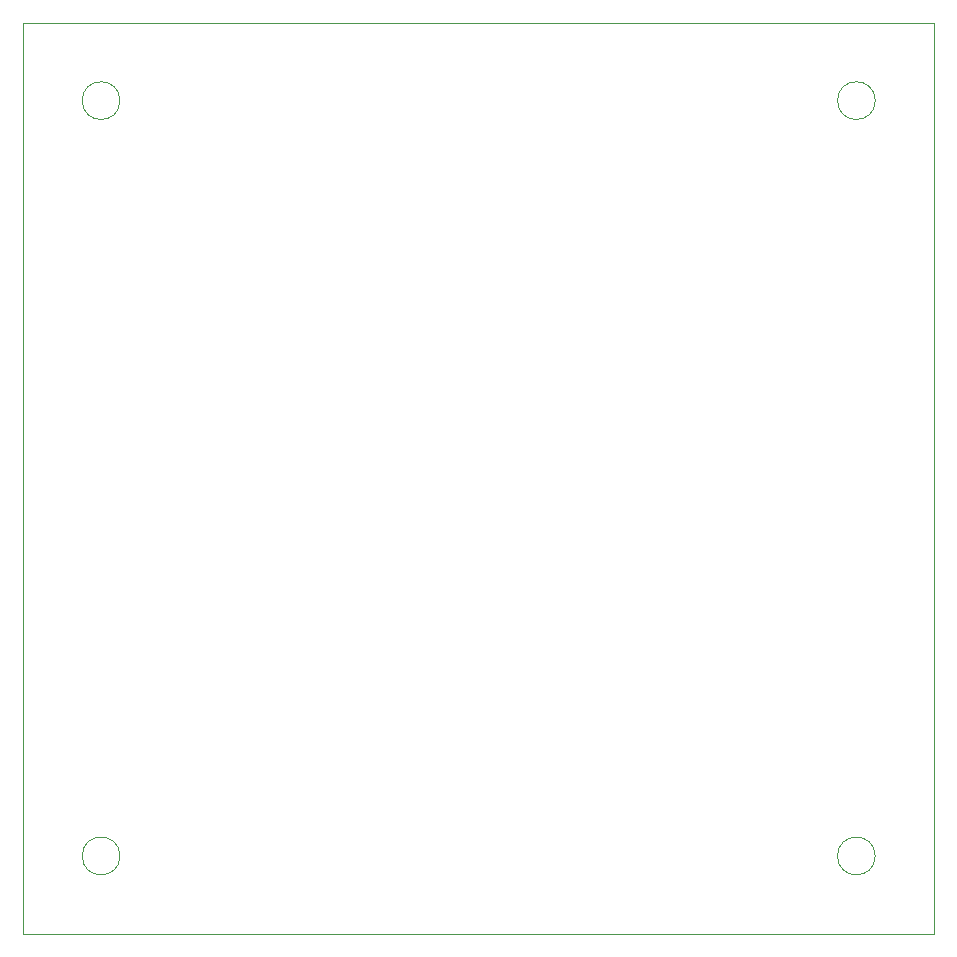
<source format=gbr>
%TF.GenerationSoftware,KiCad,Pcbnew,(5.1.6)-1*%
%TF.CreationDate,2021-09-03T02:09:39-07:00*%
%TF.ProjectId,Rocketboard-9E,526f636b-6574-4626-9f61-72642d39452e,1.0*%
%TF.SameCoordinates,Original*%
%TF.FileFunction,Profile,NP*%
%FSLAX46Y46*%
G04 Gerber Fmt 4.6, Leading zero omitted, Abs format (unit mm)*
G04 Created by KiCad (PCBNEW (5.1.6)-1) date 2021-09-03 02:09:39*
%MOMM*%
%LPD*%
G01*
G04 APERTURE LIST*
%TA.AperFunction,Profile*%
%ADD10C,0.050000*%
%TD*%
G04 APERTURE END LIST*
D10*
X165975000Y-127775000D02*
G75*
G03*
X165975000Y-127775000I-1600000J0D01*
G01*
X102025000Y-127775000D02*
G75*
G03*
X102025000Y-127775000I-1600000J0D01*
G01*
X102025000Y-63825000D02*
G75*
G03*
X102025000Y-63825000I-1600000J0D01*
G01*
X165975000Y-63825000D02*
G75*
G03*
X165975000Y-63825000I-1600000J0D01*
G01*
X93825000Y-57225000D02*
X170975000Y-57225000D01*
X93825000Y-134375000D02*
X170975000Y-134375000D01*
X170975000Y-57225000D02*
X170975000Y-134375000D01*
X93825000Y-57225000D02*
X93825000Y-134375000D01*
M02*

</source>
